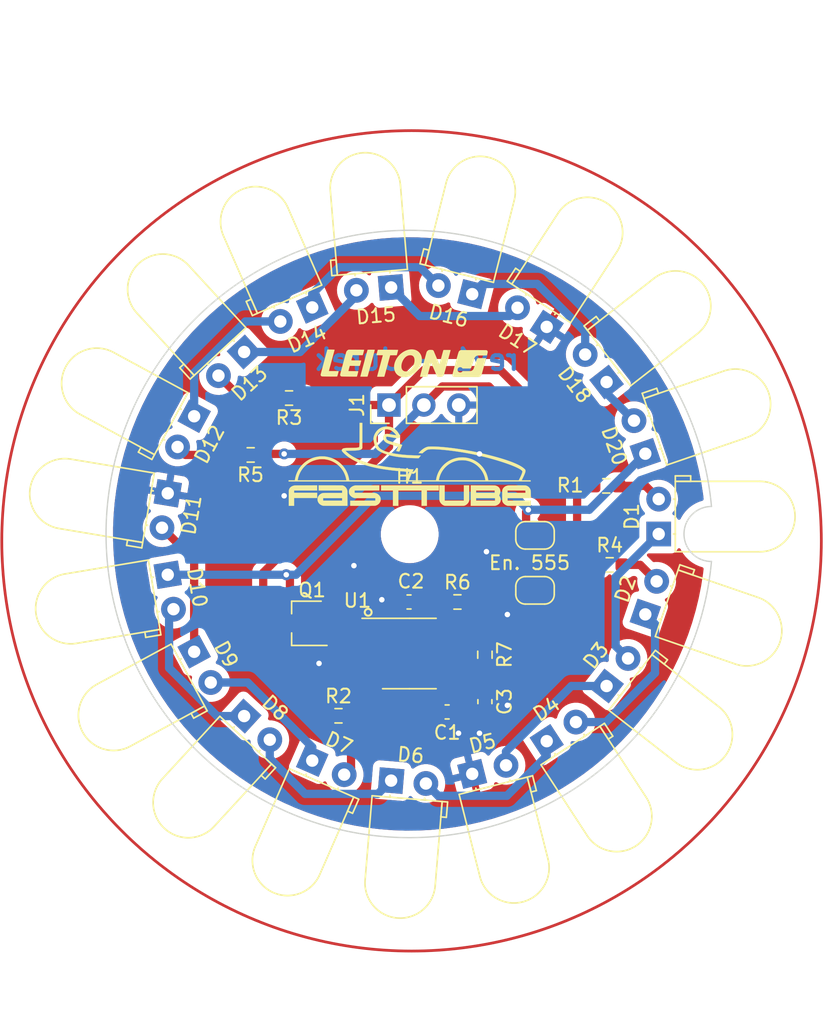
<source format=kicad_pcb>
(kicad_pcb (version 20211014) (generator pcbnew)

  (general
    (thickness 1.6)
  )

  (paper "A4")
  (layers
    (0 "F.Cu" signal)
    (31 "B.Cu" signal)
    (32 "B.Adhes" user "B.Adhesive")
    (33 "F.Adhes" user "F.Adhesive")
    (34 "B.Paste" user)
    (35 "F.Paste" user)
    (36 "B.SilkS" user "B.Silkscreen")
    (37 "F.SilkS" user "F.Silkscreen")
    (38 "B.Mask" user)
    (39 "F.Mask" user)
    (40 "Dwgs.User" user "User.Drawings")
    (41 "Cmts.User" user "User.Comments")
    (42 "Eco1.User" user "User.Eco1")
    (43 "Eco2.User" user "User.Eco2")
    (44 "Edge.Cuts" user)
    (45 "Margin" user)
    (46 "B.CrtYd" user "B.Courtyard")
    (47 "F.CrtYd" user "F.Courtyard")
    (48 "B.Fab" user)
    (49 "F.Fab" user)
    (50 "User.1" user)
    (51 "User.2" user)
    (52 "User.3" user)
    (53 "User.4" user)
    (54 "User.5" user)
    (55 "User.6" user)
    (56 "User.7" user)
    (57 "User.8" user)
    (58 "User.9" user)
  )

  (setup
    (stackup
      (layer "F.SilkS" (type "Top Silk Screen"))
      (layer "F.Paste" (type "Top Solder Paste"))
      (layer "F.Mask" (type "Top Solder Mask") (thickness 0.01))
      (layer "F.Cu" (type "copper") (thickness 0.035))
      (layer "dielectric 1" (type "core") (thickness 1.51) (material "FR4") (epsilon_r 4.5) (loss_tangent 0.02))
      (layer "B.Cu" (type "copper") (thickness 0.035))
      (layer "B.Mask" (type "Bottom Solder Mask") (thickness 0.01))
      (layer "B.Paste" (type "Bottom Solder Paste"))
      (layer "B.SilkS" (type "Bottom Silk Screen"))
      (copper_finish "None")
      (dielectric_constraints no)
    )
    (pad_to_mask_clearance 0)
    (pcbplotparams
      (layerselection 0x00010fc_ffffffff)
      (disableapertmacros false)
      (usegerberextensions false)
      (usegerberattributes true)
      (usegerberadvancedattributes true)
      (creategerberjobfile true)
      (svguseinch false)
      (svgprecision 6)
      (excludeedgelayer true)
      (plotframeref false)
      (viasonmask false)
      (mode 1)
      (useauxorigin false)
      (hpglpennumber 1)
      (hpglpenspeed 20)
      (hpglpendiameter 15.000000)
      (dxfpolygonmode true)
      (dxfimperialunits true)
      (dxfusepcbnewfont true)
      (psnegative false)
      (psa4output false)
      (plotreference true)
      (plotvalue true)
      (plotinvisibletext false)
      (sketchpadsonfab false)
      (subtractmaskfromsilk false)
      (outputformat 1)
      (mirror false)
      (drillshape 0)
      (scaleselection 1)
      (outputdirectory "Gerbers")
    )
  )

  (net 0 "")
  (net 1 "Net-(D1-Pad1)")
  (net 2 "Net-(D1-Pad2)")
  (net 3 "Net-(D2-Pad1)")
  (net 4 "GND")
  (net 5 "Net-(D4-Pad1)")
  (net 6 "Net-(D2-Pad2)")
  (net 7 "Net-(D3-Pad1)")
  (net 8 "Net-(D7-Pad1)")
  (net 9 "Net-(D7-Pad2)")
  (net 10 "Net-(D6-Pad1)")
  (net 11 "Net-(D12-Pad1)")
  (net 12 "Net-(D12-Pad2)")
  (net 13 "Net-(D13-Pad1)")
  (net 14 "Net-(D13-Pad2)")
  (net 15 "Net-(D16-Pad1)")
  (net 16 "Net-(D14-Pad1)")
  (net 17 "Net-(D15-Pad1)")
  (net 18 "Net-(D18-Pad1)")
  (net 19 "Net-(D10-Pad2)")
  (net 20 "RED-")
  (net 21 "Net-(D11-Pad2)")
  (net 22 "/TRIG")
  (net 23 "Net-(C1-Pad1)")
  (net 24 "RED")
  (net 25 "GREEN")
  (net 26 "Net-(Q1-Pad1)")
  (net 27 "RED-OSZ")
  (net 28 "Net-(R6-Pad2)")

  (footprint "LED_THT:LED_D5.0mm_Horizontal_O1.27mm_Z3.0mm_Clear" (layer "F.Cu") (at 47.402247 77.540835 -99.47368421))

  (footprint "Package_TO_SOT_SMD:SOT-23W" (layer "F.Cu") (at 57.5 87 180))

  (footprint "LED_THT:LED_D5.0mm_Horizontal_O1.27mm_Z3.0mm_Clear" (layer "F.Cu") (at 69.575488 97.952741 14.21052632))

  (footprint "Resistor_SMD:R_0603_1608Metric_Pad0.98x0.95mm_HandSolder" (layer "F.Cu") (at 53.4435 74.75 180))

  (footprint "Resistor_SMD:R_0603_1608Metric_Pad0.98x0.95mm_HandSolder" (layer "F.Cu") (at 79.5875 82.75))

  (footprint "LED_THT:LED_D5.0mm_Horizontal_O1.27mm_Z3.0mm_Clear" (layer "F.Cu") (at 57.926233 96.987456 -23.68421053))

  (footprint "LED_THT:LED_D5.0mm_Horizontal_O1.27mm_Z3.0mm_Clear" (layer "F.Cu") (at 83.15675 80.503537 90))

  (footprint "LED_THT:LED_D5.0mm_Horizontal_O1.27mm_Z3.0mm_Clear" (layer "F.Cu") (at 63.670322 98.442057 -4.736842105))

  (footprint "LED_THT:LED_D5.0mm_Horizontal_O1.27mm_Z3.0mm_Clear" (layer "F.Cu") (at 57.926233 64.019618 -156.3157895))

  (footprint "LED_THT:LED_D5.0mm_Horizontal_O1.27mm_Z3.0mm_Clear" (layer "F.Cu") (at 49.326223 89.07059 -61.57894737))

  (footprint "Resistor_SMD:R_0603_1608Metric_Pad0.98x0.95mm_HandSolder" (layer "F.Cu") (at 79.3375 77))

  (footprint "Capacitor_SMD:C_0603_1608Metric" (layer "F.Cu") (at 67.75 93.447))

  (footprint "LED_THT:LED_D5.0mm_Horizontal_O1.27mm_Z3.0mm_Clear" (layer "F.Cu") (at 49.326223 71.936484 -118.4210526))

  (footprint "Connector_PinHeader_2.54mm:PinHeader_1x03_P2.54mm_Vertical" (layer "F.Cu") (at 63.515 71.12 90))

  (footprint "Package_SO:SOIC-8_3.9x4.9mm_P1.27mm" (layer "F.Cu") (at 65 89.197))

  (footprint "LED_THT:LED_D5.0mm_Horizontal_O1.27mm_Z3.0mm_Clear" (layer "F.Cu") (at 47.402247 83.466239 -80.52631579))

  (footprint "LED_THT:LED_D5.0mm_Horizontal_O1.27mm_Z3.0mm_Clear" (layer "F.Cu") (at 75.001816 95.572533 33.15789474))

  (footprint "LED_THT:LED_D5.0mm_Horizontal_O1.27mm_Z3.0mm_Clear" (layer "F.Cu") (at 82.18146 74.658947 108.9473684))

  (footprint "Jumper:SolderJumper-2_P1.3mm_Open_RoundedPad1.0x1.5mm" (layer "F.Cu") (at 74.15 80.6))

  (footprint "footprints:FTLogo_small" (layer "F.Cu") (at 65.024 75.438))

  (footprint "footprints:LeitOn_small" (layer "F.Cu") (at 64.516 68.072))

  (footprint "Capacitor_SMD:C_0603_1608Metric" (layer "F.Cu") (at 70.5 92.697 -90))

  (footprint "LED_THT:LED_D5.0mm_Horizontal_O1.27mm_Z3.0mm_Clear" (layer "F.Cu")
    (tedit 5A6C9E1C) (tstamp ab5db7e5-9de7-449f-b70b-9d0dd610b10b)
    (at 63.670322 62.565017 -175.2631579)
    (descr "LED, diameter 5.0mm z-position of LED center 3.0mm, 2 pins")
    (tags "LED diameter 5.0mm z-position of LED center 3.0mm 2 pins")
    (property "Sheetfile" "TSAL.kicad_sch")
    (property "Sheetname" "")
    (path "/e9f85116-019b-4e72-8df9-f592caef8ae8")
    (attr through_hole)
    (fp_text reference "D15" (at 1.27 -1.96 -175.2631579) (layer "F.SilkS")
      (effects (font (size 1 1) (thickness 0.15)))
      (tstamp 126f84ae-523c-4569-b046-7ee124f46a5a)
    )
    (fp_text value "LED_G" (at 1.27 10.93 -175.2631579) (layer "F.Fab")
      (effects (font (size 1 1) (thickness 0.15)))
      (tstamp 7d4fcb23-c914-48df-941d-94cf5f1f85b5)
    )
    (fp_text user "${REFERENCE}" (at 1.27 0 -175.2631579) (layer "F.Fab")
      (effects (font (size 1 1) (thickness 0.15)))
      (tstamp a4813917-c395-4e03-b658-4133a12249cd)
    )
    (fp_line (start 2.54 1.21) (end 2.54 1.21) (layer "F.SilkS") (width 0.12) (tstamp 0df376e0-b3b8-4926-8318-ef70bcc43326))
    (fp_line (start 0 1.08) (end 0 1.21) (layer "F.SilkS") (width 0.12) (tstamp 474da0bb-a80f-4ce4-b14e-5f26d8f31e91))
    (fp_line (start -1.29 1.21) (end 3.83 1.21) (layer "F.SilkS") (width 0.12) (tstamp 5900b9d3-f54e-4689-953a-e125f5f9fa71))
    (fp_line (start 0 1.21) (end 0 1.08) (layer "F.SilkS") (width 0.12) (tstamp 644a2620-03c0-4432-a2a3-b8177b485182))
    (fp_line (start 2.54 1.21) (end 2.54 1.08) (layer "F.SilkS") (width 0.12) (tstamp 6c1d0ff6-53d9-4a5b-89a8-5313d6ca7d94))
    (fp_line (start 4.23 1.21) (end 4.23 2.33) (layer "F.SilkS") (width 0.12) (tstamp 91e34627-a183-42e4-bafa-955f631c2bab))
    (fp_line (start -1.29 1.21) (end -1.29 7.37) (layer "F.SilkS") (width 0.12) (tstamp 94b40fef-8e3d-4a32-a137-035c86ca86c8))
    (fp_line (start 4.23 2.33) (end 3.83 2.33) (layer "F.SilkS") (width 0.12) (tstamp a28b42a6-1c1a-4667-9b8b-ad6bdfd23632))
    (fp_line (start 3.83 2.33) (end 3.83 1.21) (layer "F.SilkS") (width 0.12) (tstamp a97a52d6-fe14-4f06-b35e-2dc42532437e))
    (fp_line (start 0 1.08) (end 0 1.08) (layer "F.SilkS") (width 0.12) (tstamp bb592211-9895-49a1-bb6a-47f7a9f85864))
    (fp_line (start 0 1.21) (end 0 1.21) (layer "F.SilkS") (width 0.12) (tstamp c360b637-6f5d-44e0-97f7-af09c2986ed7))
    (fp_line (start 3.83 1.21) (end 3.83 7.37) (layer "F.SilkS") (width 0.12) (tstamp d0e144a3-6f5f-4307-ac4c-47637e9032bf))
    (fp_line (start 2.54 1.08) (end 2.54 1.21) (layer "F.SilkS") (width 0.12) (tstamp ee5ea3d6-1422-40d3-882b-9d8b9c72bbba))
    (fp_line (start 2.54 1.08) (end 2.54 1.08) (layer "F.SilkS") (width 0.12) (tstamp f2cb3dc7-19c3-4d39-8479-4368f9d1680c))
    (fp_line (start 3.83 1.21) (end 4.23 1.21) (layer "F.SilkS") (width 0.12) (tstamp fc56b098-c3aa-474b-aac9-da58d4f42386))
    (fp_arc (start 3.83 7.37) (mid 1.27 9.93) (end -1.29 7.37) (layer "F.SilkS") (width 0.12) (tstamp 729e0aa9-1770-4b96-8a01-af601278faec))
    (fp_line (start 4.5 -1.25) (end -1.95 -1.25) (layer "F.CrtYd") (width 0.05) (tstamp 3f4ca593-2b3f-4c1d-83fb-6afbc1dc83bd))
    (fp_line (start -1.95 -1.25) (end -1.95 10.2) (layer "F.CrtYd") (width 0.05) (tstamp 6b732b9b-51f6-479d-b29b-3f7cb9c273ef))
    (fp_line (start 4.5 10.2) (end 4.5 -1.25) (layer "F.CrtYd") (width 0.05) (tstamp 7847981b-5502-41f3-9413-b29fe20c5b32))
    (fp_line (start -1.95 10.2) (end 4.5 10.2) (layer "F.CrtYd") (width 0.05) (tstamp fe36219f-13f1-47e3-b06a-60e954519022))
    (fp_line (start -1.23 1.27) (end -1.23 7.37) (layer "F.Fab") (width 0.1) (tstamp 142e2caa-2b2c-4696-83a8-bdbb5b82c7f7))
    (fp_line (start 3.77 2.27) (end 3.77 1.27) (layer "F.Fab") (width 0.1) (tstamp 23d0e929-f5a1-4c62-b387-0887d9659f38))
    (fp_line (start 2.54 1.27) (end 2.54 1.27) (layer "F.Fab") (width 0.1) (tstamp 3036986f-780f-4e5b-8e4b-4e66acc1e072))
    (fp_line (start 0 0) (end 0 0) (laye
... [382200 chars truncated]
</source>
